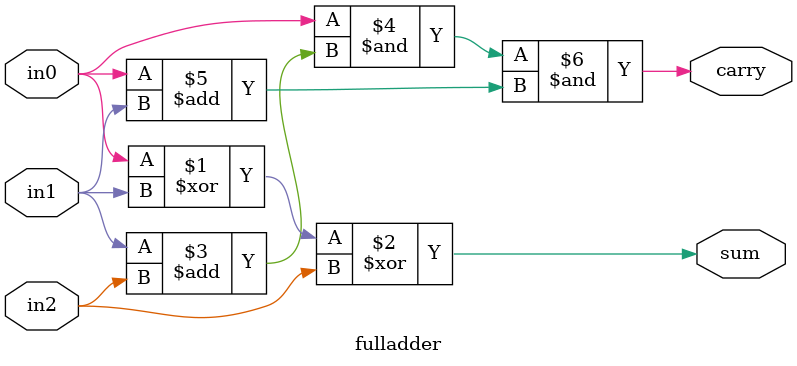
<source format=v>
`timescale 1ns / 1ps


module fulladder(
    in0,
    in1,
    in2,
    carry,
    sum
    );
    input in0;
    input in1;
    input in2;
    output carry;
    output sum;
    assign sum = in0^in1^in2;
    assign carry = in0&in1+in2&(in0+in1);    
endmodule

</source>
